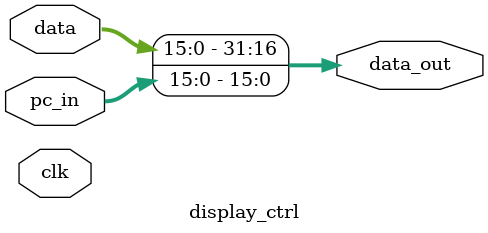
<source format=v>
`timescale 1ns / 1ps


module display_ctrl(
    input clk,
    input [15:0] pc_in,
    input [15:0] data,
    output [31:0] data_out
    );
    assign data_out = {data, pc_in};
endmodule

</source>
